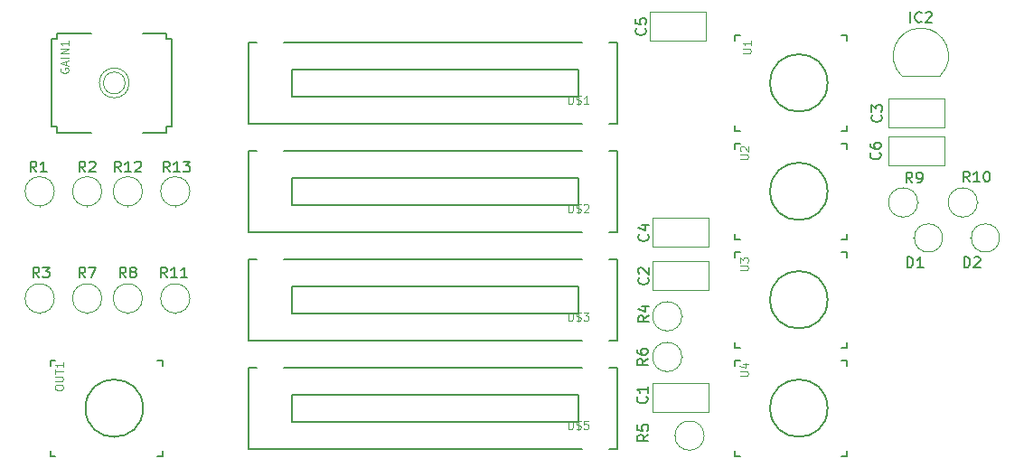
<source format=gto>
G04 #@! TF.GenerationSoftware,KiCad,Pcbnew,5.1.4-e60b266~84~ubuntu18.04.1*
G04 #@! TF.CreationDate,2019-10-21T00:40:35+01:00*
G04 #@! TF.ProjectId,euroslideymixer,6575726f-736c-4696-9465-796d69786572,rev?*
G04 #@! TF.SameCoordinates,Original*
G04 #@! TF.FileFunction,Legend,Top*
G04 #@! TF.FilePolarity,Positive*
%FSLAX46Y46*%
G04 Gerber Fmt 4.6, Leading zero omitted, Abs format (unit mm)*
G04 Created by KiCad (PCBNEW 5.1.4-e60b266~84~ubuntu18.04.1) date 2019-10-21 00:40:35*
%MOMM*%
%LPD*%
G04 APERTURE LIST*
%ADD10C,0.120000*%
%ADD11C,0.127000*%
%ADD12C,0.050800*%
%ADD13C,0.203200*%
%ADD14C,0.150000*%
%ADD15C,0.106400*%
G04 APERTURE END LIST*
D10*
X188922478Y-89692078D02*
G75*
G03X187084000Y-85253600I-1838478J1838478D01*
G01*
X185245522Y-89692078D02*
G75*
G02X187084000Y-85253600I1838478J1838478D01*
G01*
X185284000Y-89703600D02*
X188884000Y-89703600D01*
X191804629Y-104923000D02*
X191691000Y-104923000D01*
X194457371Y-104923000D02*
G75*
G03X194457371Y-104923000I-1326371J0D01*
G01*
X186470629Y-104923000D02*
X186357000Y-104923000D01*
X189123371Y-104923000D02*
G75*
G03X189123371Y-104923000I-1326371J0D01*
G01*
X167192000Y-107088000D02*
X167192000Y-109828000D01*
X161952000Y-107088000D02*
X161952000Y-109828000D01*
X161952000Y-109828000D02*
X167192000Y-109828000D01*
X161952000Y-107088000D02*
X167192000Y-107088000D01*
X184050000Y-91848000D02*
X189290000Y-91848000D01*
X184050000Y-94588000D02*
X189290000Y-94588000D01*
X184050000Y-91848000D02*
X184050000Y-94588000D01*
X189290000Y-91848000D02*
X189290000Y-94588000D01*
X167192000Y-103024000D02*
X167192000Y-105764000D01*
X161952000Y-103024000D02*
X161952000Y-105764000D01*
X161952000Y-105764000D02*
X167192000Y-105764000D01*
X161952000Y-103024000D02*
X167192000Y-103024000D01*
X161698000Y-83720000D02*
X166938000Y-83720000D01*
X161698000Y-86460000D02*
X166938000Y-86460000D01*
X161698000Y-83720000D02*
X161698000Y-86460000D01*
X166938000Y-83720000D02*
X166938000Y-86460000D01*
X189290000Y-95404000D02*
X189290000Y-98144000D01*
X184050000Y-95404000D02*
X184050000Y-98144000D01*
X184050000Y-98144000D02*
X189290000Y-98144000D01*
X184050000Y-95404000D02*
X189290000Y-95404000D01*
X161952000Y-118518000D02*
X167192000Y-118518000D01*
X161952000Y-121258000D02*
X167192000Y-121258000D01*
X161952000Y-118518000D02*
X161952000Y-121258000D01*
X167192000Y-118518000D02*
X167192000Y-121258000D01*
X164692000Y-116078000D02*
G75*
G03X164692000Y-116078000I-1370000J0D01*
G01*
X164692000Y-116078000D02*
X164762000Y-116078000D01*
X112789000Y-101924000D02*
X112789000Y-101994000D01*
X114159000Y-100554000D02*
G75*
G03X114159000Y-100554000I-1370000J0D01*
G01*
X118604000Y-110587000D02*
G75*
G03X118604000Y-110587000I-1370000J0D01*
G01*
X117234000Y-111957000D02*
X117234000Y-112027000D01*
X192378000Y-101600000D02*
X192448000Y-101600000D01*
X192378000Y-101600000D02*
G75*
G03X192378000Y-101600000I-1370000J0D01*
G01*
X186790000Y-101600000D02*
G75*
G03X186790000Y-101600000I-1370000J0D01*
G01*
X186790000Y-101600000D02*
X186860000Y-101600000D01*
X112789000Y-111957000D02*
X112789000Y-112027000D01*
X114159000Y-110587000D02*
G75*
G03X114159000Y-110587000I-1370000J0D01*
G01*
X110349000Y-110587000D02*
G75*
G03X110349000Y-110587000I-1370000J0D01*
G01*
X108979000Y-111957000D02*
X108979000Y-112027000D01*
X164042000Y-123444000D02*
X163972000Y-123444000D01*
X166782000Y-123444000D02*
G75*
G03X166782000Y-123444000I-1370000J0D01*
G01*
X164692000Y-112268000D02*
G75*
G03X164692000Y-112268000I-1370000J0D01*
G01*
X164692000Y-112268000D02*
X164762000Y-112268000D01*
X104534000Y-111957000D02*
X104534000Y-112027000D01*
X105904000Y-110587000D02*
G75*
G03X105904000Y-110587000I-1370000J0D01*
G01*
X110349000Y-100554000D02*
G75*
G03X110349000Y-100554000I-1370000J0D01*
G01*
X108979000Y-101924000D02*
X108979000Y-101994000D01*
X117234000Y-101924000D02*
X117234000Y-101994000D01*
X118604000Y-100554000D02*
G75*
G03X118604000Y-100554000I-1370000J0D01*
G01*
X105904000Y-100554000D02*
G75*
G03X105904000Y-100554000I-1370000J0D01*
G01*
X104534000Y-101924000D02*
X104534000Y-101994000D01*
D11*
X180154000Y-94893600D02*
X180154000Y-94393600D01*
X179654000Y-94893600D02*
X180154000Y-94893600D01*
X180154000Y-85893600D02*
X180154000Y-86393600D01*
X179654000Y-85893600D02*
X180154000Y-85893600D01*
X169654000Y-85893600D02*
X170154000Y-85893600D01*
X169654000Y-86393600D02*
X169654000Y-85893600D01*
X169654000Y-94893600D02*
X169654000Y-94393600D01*
X170154000Y-94893600D02*
X169654000Y-94893600D01*
X178344721Y-90393600D02*
G75*
G03X178344721Y-90393600I-2690721J0D01*
G01*
X180154000Y-105054000D02*
X180154000Y-104554000D01*
X179654000Y-105054000D02*
X180154000Y-105054000D01*
X180154000Y-96054000D02*
X180154000Y-96554000D01*
X179654000Y-96054000D02*
X180154000Y-96054000D01*
X169654000Y-96054000D02*
X170154000Y-96054000D01*
X169654000Y-96554000D02*
X169654000Y-96054000D01*
X169654000Y-105054000D02*
X169654000Y-104554000D01*
X170154000Y-105054000D02*
X169654000Y-105054000D01*
X178344721Y-100554000D02*
G75*
G03X178344721Y-100554000I-2690721J0D01*
G01*
X180154000Y-115214000D02*
X180154000Y-114714000D01*
X179654000Y-115214000D02*
X180154000Y-115214000D01*
X180154000Y-106214000D02*
X180154000Y-106714000D01*
X179654000Y-106214000D02*
X180154000Y-106214000D01*
X169654000Y-106214000D02*
X170154000Y-106214000D01*
X169654000Y-106714000D02*
X169654000Y-106214000D01*
X169654000Y-115214000D02*
X169654000Y-114714000D01*
X170154000Y-115214000D02*
X169654000Y-115214000D01*
X178344721Y-110714000D02*
G75*
G03X178344721Y-110714000I-2690721J0D01*
G01*
X180154000Y-125374000D02*
X180154000Y-124874000D01*
X179654000Y-125374000D02*
X180154000Y-125374000D01*
X180154000Y-116374000D02*
X180154000Y-116874000D01*
X179654000Y-116374000D02*
X180154000Y-116374000D01*
X169654000Y-116374000D02*
X170154000Y-116374000D01*
X169654000Y-116874000D02*
X169654000Y-116374000D01*
X169654000Y-125374000D02*
X169654000Y-124874000D01*
X170154000Y-125374000D02*
X169654000Y-125374000D01*
X178344721Y-120874000D02*
G75*
G03X178344721Y-120874000I-2690721J0D01*
G01*
X116019000Y-125374000D02*
X116019000Y-124874000D01*
X115519000Y-125374000D02*
X116019000Y-125374000D01*
X116019000Y-116374000D02*
X116019000Y-116874000D01*
X115519000Y-116374000D02*
X116019000Y-116374000D01*
X105519000Y-116374000D02*
X106019000Y-116374000D01*
X105519000Y-116874000D02*
X105519000Y-116374000D01*
X105519000Y-125374000D02*
X105519000Y-124874000D01*
X106019000Y-125374000D02*
X105519000Y-125374000D01*
X114209721Y-120874000D02*
G75*
G03X114209721Y-120874000I-2690721J0D01*
G01*
D12*
X112535000Y-90393600D02*
G75*
G03X112535000Y-90393600I-1016000J0D01*
G01*
X112916000Y-90393600D02*
G75*
G03X112916000Y-90393600I-1397000J0D01*
G01*
D13*
X109369000Y-95043600D02*
X106169000Y-95043600D01*
X116369000Y-95043600D02*
X114169000Y-95043600D01*
X106169000Y-85743600D02*
X109369000Y-85743600D01*
X114169000Y-85743600D02*
X116369000Y-85743600D01*
X116369000Y-95043600D02*
X116369000Y-94493600D01*
X116369000Y-94493600D02*
X116919000Y-94493600D01*
X105619000Y-94493600D02*
X106169000Y-94493600D01*
X106169000Y-94493600D02*
X106169000Y-95043600D01*
X106169000Y-85743600D02*
X106169000Y-86293600D01*
X106169000Y-86293600D02*
X105619000Y-86293600D01*
X116919000Y-86293600D02*
X116369000Y-86293600D01*
X116369000Y-86293600D02*
X116369000Y-85743600D01*
X105619000Y-94493600D02*
X105619000Y-86293600D01*
X116919000Y-86293600D02*
X116919000Y-94493600D01*
X155024000Y-89123600D02*
X155024000Y-91663600D01*
X128204000Y-89123600D02*
X155024000Y-89123600D01*
X128204000Y-91663600D02*
X128204000Y-89123600D01*
X155024000Y-91663600D02*
X128204000Y-91663600D01*
X157874000Y-94203600D02*
X158644000Y-94203600D01*
X124084000Y-94203600D02*
X155334000Y-94203600D01*
X124084000Y-86583600D02*
X124084000Y-94203600D01*
X124854000Y-86583600D02*
X124084000Y-86583600D01*
X155334000Y-86583600D02*
X127394000Y-86583600D01*
X158644000Y-86583600D02*
X157874000Y-86583600D01*
X158644000Y-94203600D02*
X158644000Y-86583600D01*
X155024000Y-99284000D02*
X155024000Y-101824000D01*
X128204000Y-99284000D02*
X155024000Y-99284000D01*
X128204000Y-101824000D02*
X128204000Y-99284000D01*
X155024000Y-101824000D02*
X128204000Y-101824000D01*
X157874000Y-104364000D02*
X158644000Y-104364000D01*
X124084000Y-104364000D02*
X155334000Y-104364000D01*
X124084000Y-96744000D02*
X124084000Y-104364000D01*
X124854000Y-96744000D02*
X124084000Y-96744000D01*
X155334000Y-96744000D02*
X127394000Y-96744000D01*
X158644000Y-96744000D02*
X157874000Y-96744000D01*
X158644000Y-104364000D02*
X158644000Y-96744000D01*
X155024000Y-109444000D02*
X155024000Y-111984000D01*
X128204000Y-109444000D02*
X155024000Y-109444000D01*
X128204000Y-111984000D02*
X128204000Y-109444000D01*
X155024000Y-111984000D02*
X128204000Y-111984000D01*
X157874000Y-114524000D02*
X158644000Y-114524000D01*
X124084000Y-114524000D02*
X155334000Y-114524000D01*
X124084000Y-106904000D02*
X124084000Y-114524000D01*
X124854000Y-106904000D02*
X124084000Y-106904000D01*
X155334000Y-106904000D02*
X127394000Y-106904000D01*
X158644000Y-106904000D02*
X157874000Y-106904000D01*
X158644000Y-114524000D02*
X158644000Y-106904000D01*
X155024000Y-119604000D02*
X155024000Y-122144000D01*
X128204000Y-119604000D02*
X155024000Y-119604000D01*
X128204000Y-122144000D02*
X128204000Y-119604000D01*
X155024000Y-122144000D02*
X128204000Y-122144000D01*
X157874000Y-124684000D02*
X158644000Y-124684000D01*
X124084000Y-124684000D02*
X155334000Y-124684000D01*
X124084000Y-117064000D02*
X124084000Y-124684000D01*
X124854000Y-117064000D02*
X124084000Y-117064000D01*
X155334000Y-117064000D02*
X127394000Y-117064000D01*
X158644000Y-117064000D02*
X157874000Y-117064000D01*
X158644000Y-124684000D02*
X158644000Y-117064000D01*
D14*
X186107809Y-84745980D02*
X186107809Y-83745980D01*
X187155428Y-84650742D02*
X187107809Y-84698361D01*
X186964952Y-84745980D01*
X186869714Y-84745980D01*
X186726857Y-84698361D01*
X186631619Y-84603123D01*
X186584000Y-84507885D01*
X186536380Y-84317409D01*
X186536380Y-84174552D01*
X186584000Y-83984076D01*
X186631619Y-83888838D01*
X186726857Y-83793600D01*
X186869714Y-83745980D01*
X186964952Y-83745980D01*
X187107809Y-83793600D01*
X187155428Y-83841219D01*
X187536380Y-83841219D02*
X187584000Y-83793600D01*
X187679238Y-83745980D01*
X187917333Y-83745980D01*
X188012571Y-83793600D01*
X188060190Y-83841219D01*
X188107809Y-83936457D01*
X188107809Y-84031695D01*
X188060190Y-84174552D01*
X187488761Y-84745980D01*
X188107809Y-84745980D01*
X191122904Y-107701751D02*
X191122904Y-106701751D01*
X191361000Y-106701751D01*
X191503857Y-106749371D01*
X191599095Y-106844609D01*
X191646714Y-106939847D01*
X191694333Y-107130323D01*
X191694333Y-107273180D01*
X191646714Y-107463656D01*
X191599095Y-107558894D01*
X191503857Y-107654132D01*
X191361000Y-107701751D01*
X191122904Y-107701751D01*
X192075285Y-106796990D02*
X192122904Y-106749371D01*
X192218142Y-106701751D01*
X192456238Y-106701751D01*
X192551476Y-106749371D01*
X192599095Y-106796990D01*
X192646714Y-106892228D01*
X192646714Y-106987466D01*
X192599095Y-107130323D01*
X192027666Y-107701751D01*
X192646714Y-107701751D01*
X185788904Y-107701751D02*
X185788904Y-106701751D01*
X186027000Y-106701751D01*
X186169857Y-106749371D01*
X186265095Y-106844609D01*
X186312714Y-106939847D01*
X186360333Y-107130323D01*
X186360333Y-107273180D01*
X186312714Y-107463656D01*
X186265095Y-107558894D01*
X186169857Y-107654132D01*
X186027000Y-107701751D01*
X185788904Y-107701751D01*
X187312714Y-107701751D02*
X186741285Y-107701751D01*
X187027000Y-107701751D02*
X187027000Y-106701751D01*
X186931761Y-106844609D01*
X186836523Y-106939847D01*
X186741285Y-106987466D01*
X161507542Y-108655066D02*
X161555161Y-108702685D01*
X161602780Y-108845542D01*
X161602780Y-108940780D01*
X161555161Y-109083638D01*
X161459923Y-109178876D01*
X161364685Y-109226495D01*
X161174209Y-109274114D01*
X161031352Y-109274114D01*
X160840876Y-109226495D01*
X160745638Y-109178876D01*
X160650400Y-109083638D01*
X160602780Y-108940780D01*
X160602780Y-108845542D01*
X160650400Y-108702685D01*
X160698019Y-108655066D01*
X160698019Y-108274114D02*
X160650400Y-108226495D01*
X160602780Y-108131257D01*
X160602780Y-107893161D01*
X160650400Y-107797923D01*
X160698019Y-107750304D01*
X160793257Y-107702685D01*
X160888495Y-107702685D01*
X161031352Y-107750304D01*
X161602780Y-108321733D01*
X161602780Y-107702685D01*
X183351542Y-93415066D02*
X183399161Y-93462685D01*
X183446780Y-93605542D01*
X183446780Y-93700780D01*
X183399161Y-93843638D01*
X183303923Y-93938876D01*
X183208685Y-93986495D01*
X183018209Y-94034114D01*
X182875352Y-94034114D01*
X182684876Y-93986495D01*
X182589638Y-93938876D01*
X182494400Y-93843638D01*
X182446780Y-93700780D01*
X182446780Y-93605542D01*
X182494400Y-93462685D01*
X182542019Y-93415066D01*
X182446780Y-93081733D02*
X182446780Y-92462685D01*
X182827733Y-92796019D01*
X182827733Y-92653161D01*
X182875352Y-92557923D01*
X182922971Y-92510304D01*
X183018209Y-92462685D01*
X183256304Y-92462685D01*
X183351542Y-92510304D01*
X183399161Y-92557923D01*
X183446780Y-92653161D01*
X183446780Y-92938876D01*
X183399161Y-93034114D01*
X183351542Y-93081733D01*
X161507542Y-104591066D02*
X161555161Y-104638685D01*
X161602780Y-104781542D01*
X161602780Y-104876780D01*
X161555161Y-105019638D01*
X161459923Y-105114876D01*
X161364685Y-105162495D01*
X161174209Y-105210114D01*
X161031352Y-105210114D01*
X160840876Y-105162495D01*
X160745638Y-105114876D01*
X160650400Y-105019638D01*
X160602780Y-104876780D01*
X160602780Y-104781542D01*
X160650400Y-104638685D01*
X160698019Y-104591066D01*
X160936114Y-103733923D02*
X161602780Y-103733923D01*
X160555161Y-103972019D02*
X161269447Y-104210114D01*
X161269447Y-103591066D01*
X161253542Y-85287066D02*
X161301161Y-85334685D01*
X161348780Y-85477542D01*
X161348780Y-85572780D01*
X161301161Y-85715638D01*
X161205923Y-85810876D01*
X161110685Y-85858495D01*
X160920209Y-85906114D01*
X160777352Y-85906114D01*
X160586876Y-85858495D01*
X160491638Y-85810876D01*
X160396400Y-85715638D01*
X160348780Y-85572780D01*
X160348780Y-85477542D01*
X160396400Y-85334685D01*
X160444019Y-85287066D01*
X160348780Y-84382304D02*
X160348780Y-84858495D01*
X160824971Y-84906114D01*
X160777352Y-84858495D01*
X160729733Y-84763257D01*
X160729733Y-84525161D01*
X160777352Y-84429923D01*
X160824971Y-84382304D01*
X160920209Y-84334685D01*
X161158304Y-84334685D01*
X161253542Y-84382304D01*
X161301161Y-84429923D01*
X161348780Y-84525161D01*
X161348780Y-84763257D01*
X161301161Y-84858495D01*
X161253542Y-84906114D01*
X183237142Y-96940666D02*
X183284761Y-96988285D01*
X183332380Y-97131142D01*
X183332380Y-97226380D01*
X183284761Y-97369238D01*
X183189523Y-97464476D01*
X183094285Y-97512095D01*
X182903809Y-97559714D01*
X182760952Y-97559714D01*
X182570476Y-97512095D01*
X182475238Y-97464476D01*
X182380000Y-97369238D01*
X182332380Y-97226380D01*
X182332380Y-97131142D01*
X182380000Y-96988285D01*
X182427619Y-96940666D01*
X182332380Y-96083523D02*
X182332380Y-96274000D01*
X182380000Y-96369238D01*
X182427619Y-96416857D01*
X182570476Y-96512095D01*
X182760952Y-96559714D01*
X183141904Y-96559714D01*
X183237142Y-96512095D01*
X183284761Y-96464476D01*
X183332380Y-96369238D01*
X183332380Y-96178761D01*
X183284761Y-96083523D01*
X183237142Y-96035904D01*
X183141904Y-95988285D01*
X182903809Y-95988285D01*
X182808571Y-96035904D01*
X182760952Y-96083523D01*
X182713333Y-96178761D01*
X182713333Y-96369238D01*
X182760952Y-96464476D01*
X182808571Y-96512095D01*
X182903809Y-96559714D01*
X161393142Y-119800666D02*
X161440761Y-119848285D01*
X161488380Y-119991142D01*
X161488380Y-120086380D01*
X161440761Y-120229238D01*
X161345523Y-120324476D01*
X161250285Y-120372095D01*
X161059809Y-120419714D01*
X160916952Y-120419714D01*
X160726476Y-120372095D01*
X160631238Y-120324476D01*
X160536000Y-120229238D01*
X160488380Y-120086380D01*
X160488380Y-119991142D01*
X160536000Y-119848285D01*
X160583619Y-119800666D01*
X161488380Y-118848285D02*
X161488380Y-119419714D01*
X161488380Y-119134000D02*
X160488380Y-119134000D01*
X160631238Y-119229238D01*
X160726476Y-119324476D01*
X160774095Y-119419714D01*
X161488380Y-116244666D02*
X161012190Y-116578000D01*
X161488380Y-116816095D02*
X160488380Y-116816095D01*
X160488380Y-116435142D01*
X160536000Y-116339904D01*
X160583619Y-116292285D01*
X160678857Y-116244666D01*
X160821714Y-116244666D01*
X160916952Y-116292285D01*
X160964571Y-116339904D01*
X161012190Y-116435142D01*
X161012190Y-116816095D01*
X160488380Y-115387523D02*
X160488380Y-115578000D01*
X160536000Y-115673238D01*
X160583619Y-115720857D01*
X160726476Y-115816095D01*
X160916952Y-115863714D01*
X161297904Y-115863714D01*
X161393142Y-115816095D01*
X161440761Y-115768476D01*
X161488380Y-115673238D01*
X161488380Y-115482761D01*
X161440761Y-115387523D01*
X161393142Y-115339904D01*
X161297904Y-115292285D01*
X161059809Y-115292285D01*
X160964571Y-115339904D01*
X160916952Y-115387523D01*
X160869333Y-115482761D01*
X160869333Y-115673238D01*
X160916952Y-115768476D01*
X160964571Y-115816095D01*
X161059809Y-115863714D01*
X112133542Y-98750780D02*
X111800209Y-98274590D01*
X111562114Y-98750780D02*
X111562114Y-97750780D01*
X111943066Y-97750780D01*
X112038304Y-97798400D01*
X112085923Y-97846019D01*
X112133542Y-97941257D01*
X112133542Y-98084114D01*
X112085923Y-98179352D01*
X112038304Y-98226971D01*
X111943066Y-98274590D01*
X111562114Y-98274590D01*
X113085923Y-98750780D02*
X112514495Y-98750780D01*
X112800209Y-98750780D02*
X112800209Y-97750780D01*
X112704971Y-97893638D01*
X112609733Y-97988876D01*
X112514495Y-98036495D01*
X113466876Y-97846019D02*
X113514495Y-97798400D01*
X113609733Y-97750780D01*
X113847828Y-97750780D01*
X113943066Y-97798400D01*
X113990685Y-97846019D01*
X114038304Y-97941257D01*
X114038304Y-98036495D01*
X113990685Y-98179352D01*
X113419257Y-98750780D01*
X114038304Y-98750780D01*
X116451542Y-108656780D02*
X116118209Y-108180590D01*
X115880114Y-108656780D02*
X115880114Y-107656780D01*
X116261066Y-107656780D01*
X116356304Y-107704400D01*
X116403923Y-107752019D01*
X116451542Y-107847257D01*
X116451542Y-107990114D01*
X116403923Y-108085352D01*
X116356304Y-108132971D01*
X116261066Y-108180590D01*
X115880114Y-108180590D01*
X117403923Y-108656780D02*
X116832495Y-108656780D01*
X117118209Y-108656780D02*
X117118209Y-107656780D01*
X117022971Y-107799638D01*
X116927733Y-107894876D01*
X116832495Y-107942495D01*
X118356304Y-108656780D02*
X117784876Y-108656780D01*
X118070590Y-108656780D02*
X118070590Y-107656780D01*
X117975352Y-107799638D01*
X117880114Y-107894876D01*
X117784876Y-107942495D01*
X191635142Y-99682380D02*
X191301809Y-99206190D01*
X191063714Y-99682380D02*
X191063714Y-98682380D01*
X191444666Y-98682380D01*
X191539904Y-98730000D01*
X191587523Y-98777619D01*
X191635142Y-98872857D01*
X191635142Y-99015714D01*
X191587523Y-99110952D01*
X191539904Y-99158571D01*
X191444666Y-99206190D01*
X191063714Y-99206190D01*
X192587523Y-99682380D02*
X192016095Y-99682380D01*
X192301809Y-99682380D02*
X192301809Y-98682380D01*
X192206571Y-98825238D01*
X192111333Y-98920476D01*
X192016095Y-98968095D01*
X193206571Y-98682380D02*
X193301809Y-98682380D01*
X193397047Y-98730000D01*
X193444666Y-98777619D01*
X193492285Y-98872857D01*
X193539904Y-99063333D01*
X193539904Y-99301428D01*
X193492285Y-99491904D01*
X193444666Y-99587142D01*
X193397047Y-99634761D01*
X193301809Y-99682380D01*
X193206571Y-99682380D01*
X193111333Y-99634761D01*
X193063714Y-99587142D01*
X193016095Y-99491904D01*
X192968476Y-99301428D01*
X192968476Y-99063333D01*
X193016095Y-98872857D01*
X193063714Y-98777619D01*
X193111333Y-98730000D01*
X193206571Y-98682380D01*
X186269333Y-99766380D02*
X185936000Y-99290190D01*
X185697904Y-99766380D02*
X185697904Y-98766380D01*
X186078857Y-98766380D01*
X186174095Y-98814000D01*
X186221714Y-98861619D01*
X186269333Y-98956857D01*
X186269333Y-99099714D01*
X186221714Y-99194952D01*
X186174095Y-99242571D01*
X186078857Y-99290190D01*
X185697904Y-99290190D01*
X186745523Y-99766380D02*
X186936000Y-99766380D01*
X187031238Y-99718761D01*
X187078857Y-99671142D01*
X187174095Y-99528285D01*
X187221714Y-99337809D01*
X187221714Y-98956857D01*
X187174095Y-98861619D01*
X187126476Y-98814000D01*
X187031238Y-98766380D01*
X186840761Y-98766380D01*
X186745523Y-98814000D01*
X186697904Y-98861619D01*
X186650285Y-98956857D01*
X186650285Y-99194952D01*
X186697904Y-99290190D01*
X186745523Y-99337809D01*
X186840761Y-99385428D01*
X187031238Y-99385428D01*
X187126476Y-99337809D01*
X187174095Y-99290190D01*
X187221714Y-99194952D01*
X112609733Y-108656780D02*
X112276400Y-108180590D01*
X112038304Y-108656780D02*
X112038304Y-107656780D01*
X112419257Y-107656780D01*
X112514495Y-107704400D01*
X112562114Y-107752019D01*
X112609733Y-107847257D01*
X112609733Y-107990114D01*
X112562114Y-108085352D01*
X112514495Y-108132971D01*
X112419257Y-108180590D01*
X112038304Y-108180590D01*
X113181161Y-108085352D02*
X113085923Y-108037733D01*
X113038304Y-107990114D01*
X112990685Y-107894876D01*
X112990685Y-107847257D01*
X113038304Y-107752019D01*
X113085923Y-107704400D01*
X113181161Y-107656780D01*
X113371638Y-107656780D01*
X113466876Y-107704400D01*
X113514495Y-107752019D01*
X113562114Y-107847257D01*
X113562114Y-107894876D01*
X113514495Y-107990114D01*
X113466876Y-108037733D01*
X113371638Y-108085352D01*
X113181161Y-108085352D01*
X113085923Y-108132971D01*
X113038304Y-108180590D01*
X112990685Y-108275828D01*
X112990685Y-108466304D01*
X113038304Y-108561542D01*
X113085923Y-108609161D01*
X113181161Y-108656780D01*
X113371638Y-108656780D01*
X113466876Y-108609161D01*
X113514495Y-108561542D01*
X113562114Y-108466304D01*
X113562114Y-108275828D01*
X113514495Y-108180590D01*
X113466876Y-108132971D01*
X113371638Y-108085352D01*
X108799733Y-108656780D02*
X108466400Y-108180590D01*
X108228304Y-108656780D02*
X108228304Y-107656780D01*
X108609257Y-107656780D01*
X108704495Y-107704400D01*
X108752114Y-107752019D01*
X108799733Y-107847257D01*
X108799733Y-107990114D01*
X108752114Y-108085352D01*
X108704495Y-108132971D01*
X108609257Y-108180590D01*
X108228304Y-108180590D01*
X109133066Y-107656780D02*
X109799733Y-107656780D01*
X109371161Y-108656780D01*
X161546380Y-123356666D02*
X161070190Y-123690000D01*
X161546380Y-123928095D02*
X160546380Y-123928095D01*
X160546380Y-123547142D01*
X160594000Y-123451904D01*
X160641619Y-123404285D01*
X160736857Y-123356666D01*
X160879714Y-123356666D01*
X160974952Y-123404285D01*
X161022571Y-123451904D01*
X161070190Y-123547142D01*
X161070190Y-123928095D01*
X160546380Y-122451904D02*
X160546380Y-122928095D01*
X161022571Y-122975714D01*
X160974952Y-122928095D01*
X160927333Y-122832857D01*
X160927333Y-122594761D01*
X160974952Y-122499523D01*
X161022571Y-122451904D01*
X161117809Y-122404285D01*
X161355904Y-122404285D01*
X161451142Y-122451904D01*
X161498761Y-122499523D01*
X161546380Y-122594761D01*
X161546380Y-122832857D01*
X161498761Y-122928095D01*
X161451142Y-122975714D01*
X161602780Y-112211066D02*
X161126590Y-112544400D01*
X161602780Y-112782495D02*
X160602780Y-112782495D01*
X160602780Y-112401542D01*
X160650400Y-112306304D01*
X160698019Y-112258685D01*
X160793257Y-112211066D01*
X160936114Y-112211066D01*
X161031352Y-112258685D01*
X161078971Y-112306304D01*
X161126590Y-112401542D01*
X161126590Y-112782495D01*
X160936114Y-111353923D02*
X161602780Y-111353923D01*
X160555161Y-111592019D02*
X161269447Y-111830114D01*
X161269447Y-111211066D01*
X104481733Y-108656780D02*
X104148400Y-108180590D01*
X103910304Y-108656780D02*
X103910304Y-107656780D01*
X104291257Y-107656780D01*
X104386495Y-107704400D01*
X104434114Y-107752019D01*
X104481733Y-107847257D01*
X104481733Y-107990114D01*
X104434114Y-108085352D01*
X104386495Y-108132971D01*
X104291257Y-108180590D01*
X103910304Y-108180590D01*
X104815066Y-107656780D02*
X105434114Y-107656780D01*
X105100780Y-108037733D01*
X105243638Y-108037733D01*
X105338876Y-108085352D01*
X105386495Y-108132971D01*
X105434114Y-108228209D01*
X105434114Y-108466304D01*
X105386495Y-108561542D01*
X105338876Y-108609161D01*
X105243638Y-108656780D01*
X104957923Y-108656780D01*
X104862685Y-108609161D01*
X104815066Y-108561542D01*
X108799733Y-98750780D02*
X108466400Y-98274590D01*
X108228304Y-98750780D02*
X108228304Y-97750780D01*
X108609257Y-97750780D01*
X108704495Y-97798400D01*
X108752114Y-97846019D01*
X108799733Y-97941257D01*
X108799733Y-98084114D01*
X108752114Y-98179352D01*
X108704495Y-98226971D01*
X108609257Y-98274590D01*
X108228304Y-98274590D01*
X109180685Y-97846019D02*
X109228304Y-97798400D01*
X109323542Y-97750780D01*
X109561638Y-97750780D01*
X109656876Y-97798400D01*
X109704495Y-97846019D01*
X109752114Y-97941257D01*
X109752114Y-98036495D01*
X109704495Y-98179352D01*
X109133066Y-98750780D01*
X109752114Y-98750780D01*
X116705542Y-98750780D02*
X116372209Y-98274590D01*
X116134114Y-98750780D02*
X116134114Y-97750780D01*
X116515066Y-97750780D01*
X116610304Y-97798400D01*
X116657923Y-97846019D01*
X116705542Y-97941257D01*
X116705542Y-98084114D01*
X116657923Y-98179352D01*
X116610304Y-98226971D01*
X116515066Y-98274590D01*
X116134114Y-98274590D01*
X117657923Y-98750780D02*
X117086495Y-98750780D01*
X117372209Y-98750780D02*
X117372209Y-97750780D01*
X117276971Y-97893638D01*
X117181733Y-97988876D01*
X117086495Y-98036495D01*
X117991257Y-97750780D02*
X118610304Y-97750780D01*
X118276971Y-98131733D01*
X118419828Y-98131733D01*
X118515066Y-98179352D01*
X118562685Y-98226971D01*
X118610304Y-98322209D01*
X118610304Y-98560304D01*
X118562685Y-98655542D01*
X118515066Y-98703161D01*
X118419828Y-98750780D01*
X118134114Y-98750780D01*
X118038876Y-98703161D01*
X117991257Y-98655542D01*
X104227733Y-98750780D02*
X103894400Y-98274590D01*
X103656304Y-98750780D02*
X103656304Y-97750780D01*
X104037257Y-97750780D01*
X104132495Y-97798400D01*
X104180114Y-97846019D01*
X104227733Y-97941257D01*
X104227733Y-98084114D01*
X104180114Y-98179352D01*
X104132495Y-98226971D01*
X104037257Y-98274590D01*
X103656304Y-98274590D01*
X105180114Y-98750780D02*
X104608685Y-98750780D01*
X104894400Y-98750780D02*
X104894400Y-97750780D01*
X104799161Y-97893638D01*
X104703923Y-97988876D01*
X104608685Y-98036495D01*
D15*
X170400209Y-87633887D02*
X171015447Y-87633887D01*
X171087828Y-87597697D01*
X171124019Y-87561506D01*
X171160209Y-87489125D01*
X171160209Y-87344363D01*
X171124019Y-87271982D01*
X171087828Y-87235792D01*
X171015447Y-87199601D01*
X170400209Y-87199601D01*
X171160209Y-86439601D02*
X171160209Y-86873887D01*
X171160209Y-86656744D02*
X170400209Y-86656744D01*
X170508780Y-86729125D01*
X170581161Y-86801506D01*
X170617352Y-86873887D01*
X170146209Y-97540287D02*
X170761447Y-97540287D01*
X170833828Y-97504097D01*
X170870019Y-97467906D01*
X170906209Y-97395525D01*
X170906209Y-97250763D01*
X170870019Y-97178382D01*
X170833828Y-97142192D01*
X170761447Y-97106001D01*
X170146209Y-97106001D01*
X170218590Y-96780287D02*
X170182400Y-96744097D01*
X170146209Y-96671716D01*
X170146209Y-96490763D01*
X170182400Y-96418382D01*
X170218590Y-96382192D01*
X170290971Y-96346001D01*
X170363352Y-96346001D01*
X170471923Y-96382192D01*
X170906209Y-96816478D01*
X170906209Y-96346001D01*
X170146209Y-107954287D02*
X170761447Y-107954287D01*
X170833828Y-107918097D01*
X170870019Y-107881906D01*
X170906209Y-107809525D01*
X170906209Y-107664763D01*
X170870019Y-107592382D01*
X170833828Y-107556192D01*
X170761447Y-107520001D01*
X170146209Y-107520001D01*
X170146209Y-107230478D02*
X170146209Y-106760001D01*
X170435733Y-107013335D01*
X170435733Y-106904763D01*
X170471923Y-106832382D01*
X170508114Y-106796192D01*
X170580495Y-106760001D01*
X170761447Y-106760001D01*
X170833828Y-106796192D01*
X170870019Y-106832382D01*
X170906209Y-106904763D01*
X170906209Y-107121906D01*
X170870019Y-107194287D01*
X170833828Y-107230478D01*
X170146209Y-117860287D02*
X170761447Y-117860287D01*
X170833828Y-117824097D01*
X170870019Y-117787906D01*
X170906209Y-117715525D01*
X170906209Y-117570763D01*
X170870019Y-117498382D01*
X170833828Y-117462192D01*
X170761447Y-117426001D01*
X170146209Y-117426001D01*
X170399542Y-116738382D02*
X170906209Y-116738382D01*
X170110019Y-116919335D02*
X170652876Y-117100287D01*
X170652876Y-116629811D01*
X105974809Y-119006125D02*
X105974809Y-118861363D01*
X106011000Y-118788982D01*
X106083380Y-118716601D01*
X106228142Y-118680411D01*
X106481476Y-118680411D01*
X106626238Y-118716601D01*
X106698619Y-118788982D01*
X106734809Y-118861363D01*
X106734809Y-119006125D01*
X106698619Y-119078506D01*
X106626238Y-119150887D01*
X106481476Y-119187078D01*
X106228142Y-119187078D01*
X106083380Y-119150887D01*
X106011000Y-119078506D01*
X105974809Y-119006125D01*
X105974809Y-118354697D02*
X106590047Y-118354697D01*
X106662428Y-118318506D01*
X106698619Y-118282316D01*
X106734809Y-118209935D01*
X106734809Y-118065173D01*
X106698619Y-117992792D01*
X106662428Y-117956601D01*
X106590047Y-117920411D01*
X105974809Y-117920411D01*
X105974809Y-117667078D02*
X105974809Y-117232792D01*
X106734809Y-117449935D02*
X105974809Y-117449935D01*
X106734809Y-116581363D02*
X106734809Y-117015649D01*
X106734809Y-116798506D02*
X105974809Y-116798506D01*
X106083380Y-116870887D01*
X106155761Y-116943268D01*
X106191952Y-117015649D01*
X106519000Y-89034792D02*
X106482809Y-89107173D01*
X106482809Y-89215744D01*
X106519000Y-89324316D01*
X106591380Y-89396697D01*
X106663761Y-89432887D01*
X106808523Y-89469078D01*
X106917095Y-89469078D01*
X107061857Y-89432887D01*
X107134238Y-89396697D01*
X107206619Y-89324316D01*
X107242809Y-89215744D01*
X107242809Y-89143363D01*
X107206619Y-89034792D01*
X107170428Y-88998601D01*
X106917095Y-88998601D01*
X106917095Y-89143363D01*
X107025666Y-88709078D02*
X107025666Y-88347173D01*
X107242809Y-88781459D02*
X106482809Y-88528125D01*
X107242809Y-88274792D01*
X107242809Y-88021459D02*
X106482809Y-88021459D01*
X107242809Y-87659554D02*
X106482809Y-87659554D01*
X107242809Y-87225268D01*
X106482809Y-87225268D01*
X107242809Y-86465268D02*
X107242809Y-86899554D01*
X107242809Y-86682411D02*
X106482809Y-86682411D01*
X106591380Y-86754792D01*
X106663761Y-86827173D01*
X106699952Y-86899554D01*
X154034112Y-91597409D02*
X154034112Y-92212647D01*
X154070302Y-92285028D01*
X154106493Y-92321219D01*
X154178874Y-92357409D01*
X154323636Y-92357409D01*
X154396017Y-92321219D01*
X154432207Y-92285028D01*
X154468398Y-92212647D01*
X154468398Y-91597409D01*
X154794112Y-92321219D02*
X154902683Y-92357409D01*
X155083636Y-92357409D01*
X155156017Y-92321219D01*
X155192207Y-92285028D01*
X155228398Y-92212647D01*
X155228398Y-92140266D01*
X155192207Y-92067885D01*
X155156017Y-92031695D01*
X155083636Y-91995504D01*
X154938874Y-91959314D01*
X154866493Y-91923123D01*
X154830302Y-91886933D01*
X154794112Y-91814552D01*
X154794112Y-91742171D01*
X154830302Y-91669790D01*
X154866493Y-91633600D01*
X154938874Y-91597409D01*
X155119826Y-91597409D01*
X155228398Y-91633600D01*
X155011255Y-91488838D02*
X155011255Y-92465980D01*
X155952207Y-92357409D02*
X155517921Y-92357409D01*
X155735064Y-92357409D02*
X155735064Y-91597409D01*
X155662683Y-91705980D01*
X155590302Y-91778361D01*
X155517921Y-91814552D01*
X154034112Y-101757809D02*
X154034112Y-102373047D01*
X154070302Y-102445428D01*
X154106493Y-102481619D01*
X154178874Y-102517809D01*
X154323636Y-102517809D01*
X154396017Y-102481619D01*
X154432207Y-102445428D01*
X154468398Y-102373047D01*
X154468398Y-101757809D01*
X154794112Y-102481619D02*
X154902683Y-102517809D01*
X155083636Y-102517809D01*
X155156017Y-102481619D01*
X155192207Y-102445428D01*
X155228398Y-102373047D01*
X155228398Y-102300666D01*
X155192207Y-102228285D01*
X155156017Y-102192095D01*
X155083636Y-102155904D01*
X154938874Y-102119714D01*
X154866493Y-102083523D01*
X154830302Y-102047333D01*
X154794112Y-101974952D01*
X154794112Y-101902571D01*
X154830302Y-101830190D01*
X154866493Y-101794000D01*
X154938874Y-101757809D01*
X155119826Y-101757809D01*
X155228398Y-101794000D01*
X155011255Y-101649238D02*
X155011255Y-102626380D01*
X155517921Y-101830190D02*
X155554112Y-101794000D01*
X155626493Y-101757809D01*
X155807445Y-101757809D01*
X155879826Y-101794000D01*
X155916017Y-101830190D01*
X155952207Y-101902571D01*
X155952207Y-101974952D01*
X155916017Y-102083523D01*
X155481731Y-102517809D01*
X155952207Y-102517809D01*
X154034112Y-111917809D02*
X154034112Y-112533047D01*
X154070302Y-112605428D01*
X154106493Y-112641619D01*
X154178874Y-112677809D01*
X154323636Y-112677809D01*
X154396017Y-112641619D01*
X154432207Y-112605428D01*
X154468398Y-112533047D01*
X154468398Y-111917809D01*
X154794112Y-112641619D02*
X154902683Y-112677809D01*
X155083636Y-112677809D01*
X155156017Y-112641619D01*
X155192207Y-112605428D01*
X155228398Y-112533047D01*
X155228398Y-112460666D01*
X155192207Y-112388285D01*
X155156017Y-112352095D01*
X155083636Y-112315904D01*
X154938874Y-112279714D01*
X154866493Y-112243523D01*
X154830302Y-112207333D01*
X154794112Y-112134952D01*
X154794112Y-112062571D01*
X154830302Y-111990190D01*
X154866493Y-111954000D01*
X154938874Y-111917809D01*
X155119826Y-111917809D01*
X155228398Y-111954000D01*
X155011255Y-111809238D02*
X155011255Y-112786380D01*
X155481731Y-111917809D02*
X155952207Y-111917809D01*
X155698874Y-112207333D01*
X155807445Y-112207333D01*
X155879826Y-112243523D01*
X155916017Y-112279714D01*
X155952207Y-112352095D01*
X155952207Y-112533047D01*
X155916017Y-112605428D01*
X155879826Y-112641619D01*
X155807445Y-112677809D01*
X155590302Y-112677809D01*
X155517921Y-112641619D01*
X155481731Y-112605428D01*
X154034112Y-122077809D02*
X154034112Y-122693047D01*
X154070302Y-122765428D01*
X154106493Y-122801619D01*
X154178874Y-122837809D01*
X154323636Y-122837809D01*
X154396017Y-122801619D01*
X154432207Y-122765428D01*
X154468398Y-122693047D01*
X154468398Y-122077809D01*
X154794112Y-122801619D02*
X154902683Y-122837809D01*
X155083636Y-122837809D01*
X155156017Y-122801619D01*
X155192207Y-122765428D01*
X155228398Y-122693047D01*
X155228398Y-122620666D01*
X155192207Y-122548285D01*
X155156017Y-122512095D01*
X155083636Y-122475904D01*
X154938874Y-122439714D01*
X154866493Y-122403523D01*
X154830302Y-122367333D01*
X154794112Y-122294952D01*
X154794112Y-122222571D01*
X154830302Y-122150190D01*
X154866493Y-122114000D01*
X154938874Y-122077809D01*
X155119826Y-122077809D01*
X155228398Y-122114000D01*
X155011255Y-121969238D02*
X155011255Y-122946380D01*
X155916017Y-122077809D02*
X155554112Y-122077809D01*
X155517921Y-122439714D01*
X155554112Y-122403523D01*
X155626493Y-122367333D01*
X155807445Y-122367333D01*
X155879826Y-122403523D01*
X155916017Y-122439714D01*
X155952207Y-122512095D01*
X155952207Y-122693047D01*
X155916017Y-122765428D01*
X155879826Y-122801619D01*
X155807445Y-122837809D01*
X155626493Y-122837809D01*
X155554112Y-122801619D01*
X155517921Y-122765428D01*
M02*

</source>
